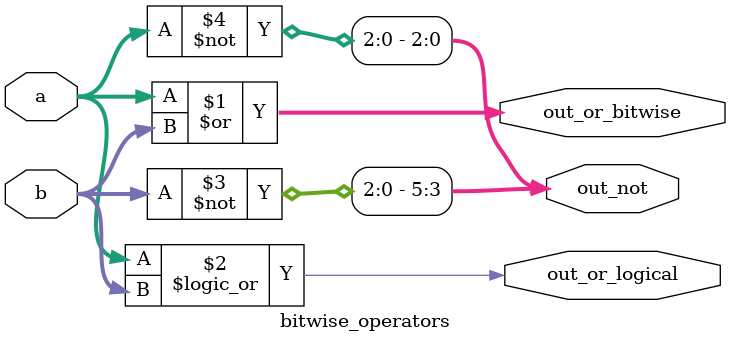
<source format=v>
module bitwise_operators( 
    input [2:0] a,
    input [2:0] b,
    output [2:0] out_or_bitwise,
    output out_or_logical,
    output [5:0] out_not
);
    
    assign out_or_bitwise[2:0] = a[2:0] | b[2:0];
    assign out_or_logical = a || b;
    assign out_not[5:3] = ~b;
    assign out_not[2:0] = ~a;
endmodule
</source>
